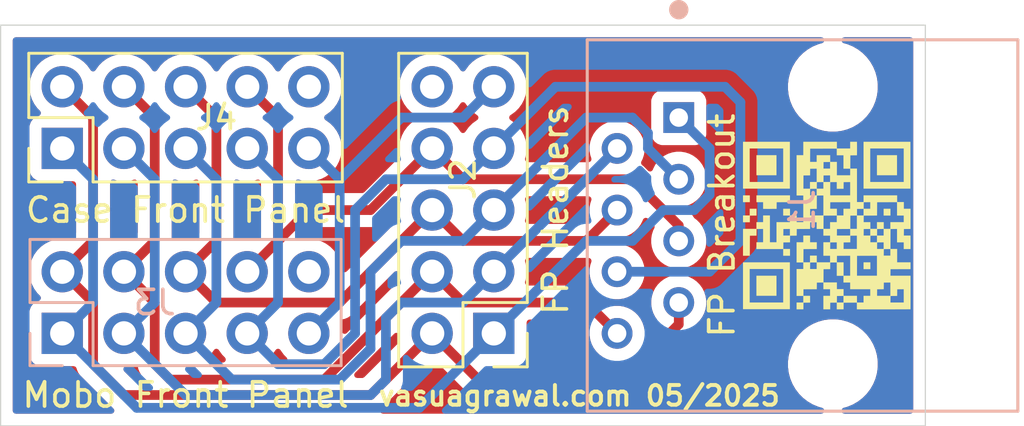
<source format=kicad_pcb>
(kicad_pcb (version 20241229) (generator "pcbnew") (generator_version "9.0")
  (layers (0 "F.Cu" signal) (2 "B.Cu" signal) (13 "F.Paste" user) (15 "B.Paste" user) (5 "F.SilkS" user "F.Silkscreen") (7 "B.SilkS" user "B.Silkscreen") (1 "F.Mask" user) (3 "B.Mask" user) (25 "Edge.Cuts" user))
  (net 0 "")
  (net 3 "/HDD_LED+")
  (net 4 "/PWR_LED+")
  (net 5 "/RESERVED")
  (net 6 "/RESET_SW-")
  (net 7 "/PWR_SW+")
  (net 8 "/HDD_LED-")
  (net 9 "/PWR_SW-")
  (net 10 "/PWR_LED-")
  (net 11 "/RESET_SW+")
  (footprint "Connector_PinHeader_2.54mm:PinHeader_2x05_P2.54mm_Vertical" (layer "F.Cu") (at 142.24 58.42 90)
    (property "Reference" "J4" (at 1.27 6.35 0) (layer "F.SilkS"))
    (property "Value" "Case Front Panel" (at -2.54 5.08 180) (layer "F.SilkS"))
    (fp_line (start 3.92 -1.38) (end 3.92 11.54) (stroke (width 0.12)) (layer "F.SilkS"))
    (fp_line (start 1.27 -1.38) (end 3.92 -1.38) (stroke (width 0.12)) (layer "F.SilkS"))
    (fp_line (start -1.38 -1.38) (end 0 -1.38) (stroke (width 0.12)) (layer "F.SilkS"))
    (fp_line (start -1.38 0) (end -1.38 -1.38) (stroke (width 0.12)) (layer "F.SilkS"))
    (fp_line (start 1.27 1.27) (end 1.27 -1.38) (stroke (width 0.12)) (layer "F.SilkS"))
    (fp_line (start -1.38 1.27) (end 1.27 1.27) (stroke (width 0.12)) (layer "F.SilkS"))
    (fp_line (start -1.38 1.27) (end -1.38 11.54) (stroke (width 0.12)) (layer "F.SilkS"))
    (fp_line (start -1.38 11.54) (end 3.92 11.54) (stroke (width 0.12)) (layer "F.SilkS"))
    (pad "1" thru_hole rect (at 0 0 90) (size 1.7 1.7) (drill 1) (layers "*.Cu" "*.Mask") (net 3 "/HDD_LED+"))
    (pad "2" thru_hole circle (at 2.54 0 90) (size 1.7 1.7) (drill 1) (layers "*.Cu" "*.Mask") (net 4 "/PWR_LED+"))
    (pad "3" thru_hole circle (at 0 2.54 90) (size 1.7 1.7) (drill 1) (layers "*.Cu" "*.Mask") (net 8 "/HDD_LED-"))
    (pad "4" thru_hole circle (at 2.54 2.54 90) (size 1.7 1.7) (drill 1) (layers "*.Cu" "*.Mask") (net 10 "/PWR_LED-"))
    (pad "5" thru_hole circle (at 0 5.08 90) (size 1.7 1.7) (drill 1) (layers "*.Cu" "*.Mask") (net 11 "/RESET_SW+"))
    (pad "6" thru_hole circle (at 2.54 5.08 90) (size 1.7 1.7) (drill 1) (layers "*.Cu" "*.Mask") (net 7 "/PWR_SW+"))
    (pad "7" thru_hole circle (at 0 7.62 90) (size 1.7 1.7) (drill 1) (layers "*.Cu" "*.Mask") (net 6 "/RESET_SW-"))
    (pad "8" thru_hole circle (at 2.54 7.62 90) (size 1.7 1.7) (drill 1) (layers "*.Cu" "*.Mask") (net 9 "/PWR_SW-"))
    (pad "9" thru_hole circle (at 0 10.16 90) (size 1.7 1.7) (drill 1) (layers "*.Cu" "*.Mask") (net 5 "/RESERVED"))
    (pad "10" thru_hole circle (at 2.54 10.16 90) (size 1.7 1.7) (drill 1) (layers "*.Cu" "*.Mask"))
  )
  (footprint "LOGO" (layer "F.Cu") (at 173.736 61.595)
    (property "Reference" "G***" (hide yes))
    (property "Value" "LOGO" (hide yes))
    (fp_poly (pts (xy -3.167097 -1.100725) (xy -3.167097 -0.959901) (xy -3.307921 -0.959901) (xy -3.448744 -0.959901) (xy -3.448744 -1.100725) (xy -3.448744 -1.241548) (xy -3.307921 -1.241548) (xy -3.167097 -1.241548)) (fill yes) (layer "F.SilkS"))
    (fp_poly (pts (xy -2.069247 -2.483096) (xy -2.069247 -2.069247) (xy -2.483096 -2.069247) (xy -2.896945 -2.069247) (xy -2.896945 -2.483096) (xy -2.896945 -2.896945) (xy -2.483096 -2.896945) (xy -2.069247 -2.896945)) (fill yes) (layer "F.SilkS"))
    (fp_poly (pts (xy -2.069247 2.483095) (xy -2.069247 2.896945) (xy -2.483096 2.896945) (xy -2.896945 2.896945) (xy -2.896945 2.483095) (xy -2.896945 2.069246) (xy -2.483096 2.069246) (xy -2.069247 2.069246)) (fill yes) (layer "F.SilkS"))
    (fp_poly (pts (xy 1.799094 1.658271) (xy 1.799094 1.799094) (xy 1.658271 1.799094) (xy 1.517447 1.799094) (xy 1.517447 1.658271) (xy 1.517447 1.517447) (xy 1.658271 1.517447) (xy 1.799094 1.517447)) (fill yes) (layer "F.SilkS"))
    (fp_poly (pts (xy 2.626793 -0.548925) (xy 2.626793 -0.408102) (xy 2.485969 -0.408102) (xy 2.345146 -0.408102) (xy 2.345146 -0.548925) (xy 2.345146 -0.689749) (xy 2.485969 -0.689749) (xy 2.626793 -0.689749)) (fill yes) (layer "F.SilkS"))
    (fp_poly (pts (xy 2.896945 -2.483096) (xy 2.896945 -2.069247) (xy 2.483095 -2.069247) (xy 2.069246 -2.069247) (xy 2.069246 -2.483096) (xy 2.069246 -2.896945) (xy 2.483095 -2.896945) (xy 2.896945 -2.896945)) (fill yes) (layer "F.SilkS"))
    (fp_poly (pts (xy -2.891197 -0.54903) (xy -2.891197 -0.40831) (xy -3.02771 -0.406769) (xy -3.164223 -0.405228) (xy -3.165764 -0.268715) (xy -3.167305 -0.132202) (xy -3.308025 -0.132202) (xy -3.448744 -0.132202) (xy -3.448744 -0.273026) (xy -3.448744 -0.41385) (xy -3.310795 -0.41385) (xy -3.172845 -0.41385) (xy -3.172845 -0.551799) (xy -3.172845 -0.689749) (xy -3.032021 -0.689749) (xy -2.891197 -0.689749)) (fill yes) (layer "F.SilkS"))
    (fp_poly (pts (xy -1.517448 -2.483096) (xy -1.517448 -1.517448) (xy -2.483096 -1.517448) (xy -3.448744 -1.517448) (xy -3.448744 -2.483096) (xy -3.172845 -2.483096) (xy -3.172845 -1.793347) (xy -2.483096 -1.793347) (xy -1.793347 -1.793347) (xy -1.793347 -2.483096) (xy -1.793347 -3.172845) (xy -2.483096 -3.172845) (xy -3.172845 -3.172845) (xy -3.172845 -2.483096) (xy -3.448744 -2.483096) (xy -3.448744 -3.448744) (xy -2.483096 -3.448744) (xy -1.517448 -3.448744)) (fill yes) (layer "F.SilkS"))
    (fp_poly (pts (xy -1.517448 2.483095) (xy -1.517448 3.448744) (xy -2.483096 3.448744) (xy -3.448744 3.448744) (xy -3.448744 2.483095) (xy -3.172845 2.483095) (xy -3.172845 3.172844) (xy -2.483096 3.172844) (xy -1.793347 3.172844) (xy -1.793347 2.483095) (xy -1.793347 1.793347) (xy -2.483096 1.793347) (xy -3.172845 1.793347) (xy -3.172845 2.483095) (xy -3.448744 2.483095) (xy -3.448744 1.517447) (xy -2.483096 1.517447) (xy -1.517448 1.517447)) (fill yes) (layer "F.SilkS"))
    (fp_poly (pts (xy 3.448744 -2.483096) (xy 3.448744 -1.517448) (xy 2.483095 -1.517448) (xy 1.517447 -1.517448) (xy 1.517447 -2.483096) (xy 1.793347 -2.483096) (xy 1.793347 -1.793347) (xy 2.483095 -1.793347) (xy 3.172844 -1.793347) (xy 3.172844 -2.483096) (xy 3.172844 -3.172845) (xy 2.483095 -3.172845) (xy 1.793347 -3.172845) (xy 1.793347 -2.483096) (xy 1.517447 -2.483096) (xy 1.517447 -3.448744) (xy 2.483095 -3.448744) (xy 3.448744 -3.448744)) (fill yes) (layer "F.SilkS"))
    (fp_poly (pts (xy -1.5117 -1.100725) (xy -1.5117 -0.959901) (xy -1.648213 -0.959665) (xy -1.698007 -0.95953) (xy -1.75476 -0.959296) (xy -1.813938 -0.958987) (xy -1.871004 -0.958626) (xy -1.921423 -0.958238) (xy -1.922675 -0.958228) (xy -2.060625 -0.957027) (xy -2.062166 -0.820514) (xy -2.063707 -0.684001) (xy -2.195335 -0.684001) (xy -2.233406 -0.683939) (xy -2.267832 -0.683764) (xy -2.296876 -0.683494) (xy -2.318805 -0.683149) (xy -2.331882 -0.682746) (xy -2.334617 -0.682519) (xy -2.342306 -0.682168) (xy -2.35981 -0.681977) (xy -2.385452 -0.681942) (xy -2.417551 -0.682064) (xy -2.454429 -0.682341) (xy -2.481659 -0.682621) (xy -2.621046 -0.684206) (xy -2.621046 -0.822053) (xy -2.621046 -0.959901) (xy -2.758996 -0.959901) (xy -2.896945 -0.959901) (xy -2.896945 -1.100725) (xy -2.896945 -1.241548) (xy -2.204323 -1.241548) (xy -1.5117 -1.241548)) (fill yes) (layer "F.SilkS"))
    (fp_poly (pts (xy 0.419597 -3.310795) (xy 0.419597 -3.172845) (xy 0.692622 -3.172845) (xy 0.965648 -3.172845) (xy 0.965648 -3.310795) (xy 0.965648 -3.448744) (xy 1.106276 -3.448744) (xy 1.246904 -3.448744) (xy 1.248537 -3.309358) (xy 1.248965 -3.258807) (xy 1.249181 -3.201328) (xy 1.249185 -3.141472) (xy 1.248978 -3.083793) (xy 1.248559 -3.032841) (xy 1.248534 -3.030688) (xy 1.246898 -2.891405) (xy 1.110584 -2.889864) (xy 0.97427 -2.888324) (xy 0.972867 -2.616735) (xy 0.971463 -2.345146) (xy 1.109379 -2.345146) (xy 1.247295 -2.345146) (xy 1.247439 -2.20576) (xy 1.247459 -2.179368) (xy 1.247476 -2.142555) (xy 1.24749 -2.096397) (xy 1.247502 -2.041968) (xy 1.24751 -1.980343) (xy 1.247516 -1.912598) (xy 1.247518 -1.839808) (xy 1.247517 -1.763047) (xy 1.247512 -1.683391) (xy 1.247504 -1.601915) (xy 1.247493 -1.519694) (xy 1.247492 -1.516011) (xy 1.247403 -0.965649) (xy 1.382425 -0.965649) (xy 1.517447 -0.965649) (xy 1.517447 -1.103598) (xy 1.517447 -1.241548) (xy 2.21007 -1.241548) (xy 2.902693 -1.241548) (xy 2.902693 -1.103598) (xy 2.902693 -0.965649) (xy 3.040642 -0.965649) (xy 3.178592 -0.965649) (xy 3.178592 -0.827699) (xy 3.178592 -0.689749) (xy 3.316542 -0.689749) (xy 3.454492 -0.689749) (xy 3.454648 -0.551799) (xy 3.454696 -0.502598) (xy 3.454738 -0.446223) (xy 3.454772 -0.387) (xy 3.454795 -0.329251) (xy 3.454805 -0.2773) (xy 3.454805 -0.270152) (xy 3.454798 -0.219769) (xy 3.454777 -0.163209) (xy 3.454745 -0.104712) (xy 3.454704 -0.048518) (xy 3.454657 0.001131) (xy 3.454648 0.008517) (xy 3.454492 0.143489) (xy 3.317979 0.14503) (xy 3.181466 0.146571) (xy 3.179923 0.28021) (xy 3.17838 0.413849) (xy 3.31624 0.413849) (xy 3.4541 0.413849) (xy 3.455733 0.553236) (xy 3.456161 0.603797) (xy 3.456377 0.661298) (xy 3.456381 0.721182) (xy 3.456173 0.778894) (xy 3.455754 0.829879) (xy 3.45573 0.832009) (xy 3.454094 0.971396) (xy 3.313469 0.971396) (xy 3.172844 0.971396) (xy 3.172844 0.833446) (xy 3.172844 0.695496) (xy 3.034894 0.695496) (xy 2.896945 0.695496) (xy 2.896945 0.419491) (xy 2.896945 0.143485) (xy 2.763306 0.145028) (xy 2.629667 0.146571) (xy 2.628311 0.55611) (xy 2.626954 0.965648) (xy 2.764823 0.965648) (xy 2.902693 0.965648) (xy 2.902976 1.105035) (xy 2.903037 1.155297) (xy 2.903037 1.212214) (xy 2.902981 1.271318) (xy 2.902873 1.328137) (xy 2.902717 1.378203) (xy 2.902706 1.380934) (xy 2.902153 1.517447) (xy 3.178322 1.517447) (xy 3.454492 1.517447) (xy 3.454492 1.658271) (xy 3.454492 1.799094) (xy 3.317979 1.799264) (xy 3.282901 1.799329) (xy 3.238305 1.799444) (xy 3.186168 1.799603) (xy 3.128467 1.799799) (xy 3.067179 1.800024) (xy 3.004282 1.800273) (xy 2.941753 1.800539) (xy 2.905566 1.800701) (xy 2.629667 1.801968) (xy 2.628124 1.935607) (xy 2.626581 2.069246) (xy 3.040536 2.069246) (xy 3.454492 2.069246) (xy 3.454635 2.208633) (xy 3.454727 2.31338) (xy 3.454789 2.4173) (xy 3.454821 2.519763) (xy 3.454825 2.620136) (xy 3.454802 2.71779) (xy 3.454752 2.812093) (xy 3.454677 2.902413) (xy 3.454578 2.98812) (xy 3.454456 3.068582) (xy 3.454313 3.143169) (xy 3.454148 3.211249) (xy 3.453963 3.272191) (xy 3.45376 3.325364) (xy 3.453539 3.370136) (xy 3.453301 3.405877) (xy 3.453048 3.431955) (xy 3.45278 3.44774) (xy 3.452526 3.452625) (xy 3.446655 3.452866) (xy 3.429985 3.453108) (xy 3.403215 3.453351) (xy 3.367042 3.453593) (xy 3.322164 3.453832) (xy 3.269279 3.454069) (xy 3.209085 3.454302) (xy 3.142278 3.45453) (xy 3.069557 3.454751) (xy 2.99162 3.454966) (xy 2.909164 3.455171) (xy 2.822887 3.455368) (xy 2.733486 3.455554) (xy 2.64166 3.455728) (xy 2.548106 3.45589) (xy 2.453521 3.456038) (xy 2.358604 3.456171) (xy 2.264052 3.456288) (xy 2.170562 3.456388) (xy 2.078834 3.45647) (xy 1.989563 3.456533) (xy 1.903449 3.456576) (xy 1.821188 3.456598) (xy 1.743478 3.456597) (xy 1.671017 3.456572) (xy 1.604503 3.456524) (xy 1.544634 3.456449) (xy 1.492106 3.456348) (xy 1.447619 3.456219) (xy 1.411869 3.456061) (xy 1.385554 3.455874) (xy 1.380934 3.455826) (xy 1.241547 3.454287) (xy 1.241547 3.316473) (xy 1.241547 3.17866) (xy 0.969959 3.180063) (xy 0.69837 3.181466) (xy 0.696829 3.317979) (xy 0.695288 3.454492) (xy 0.554569 3.454492) (xy 0.413849 3.454492) (xy 0.413849 3.316436) (xy 0.413849 3.17838) (xy 0.28021 3.179923) (xy 0.146571 3.181466) (xy 0.14503 3.317979) (xy 0.143489 3.454492) (xy 0.00277 3.454492) (xy -0.13795 3.454492) (xy -0.13795 3.175718) (xy -0.13795 3.172844) (xy 0.419385 3.172844) (xy 0.554567 3.172844) (xy 0.689748 3.172844) (xy 0.689748 3.037662) (xy 0.689748 2.902481) (xy 0.55611 2.904024) (xy 0.422471 2.905566) (xy 0.420928 3.039205) (xy 0.419385 3.172844) (xy -0.13795 3.172844) (xy -0.13795 2.896945) (xy 0 2.896945) (xy 0.137949 2.896945) (xy 0.137949 2.761869) (xy 0.137949 2.626793) (xy 0 2.626793) (xy -0.13795 2.626793) (xy -0.13795 2.488737) (xy -0.13795 2.350682) (xy -0.271589 2.352225) (xy -0.405228 2.353767) (xy -0.406769 2.49028) (xy -0.40831 2.626793) (xy -0.544719 2.627029) (xy -0.594474 2.627164) (xy -0.651192 2.627398) (xy -0.710341 2.627707) (xy -0.767388 2.628067) (xy -0.8178 2.628455) (xy -0.819077 2.628466) (xy -0.957027 2.629667) (xy -0.95857 2.763306) (xy -0.960113 2.896945) (xy -0.822057 2.896945) (xy -0.684001 2.896945) (xy -0.684001 3.037664) (xy -0.684001 3.178384) (xy -0.820514 3.179925) (xy -0.957027 3.181466) (xy -0.958568 3.317979) (xy -0.960109 3.454492) (xy -1.100829 3.454492) (xy -1.241548 3.454492) (xy -1.241548 3.313668) (xy -1.241548 3.172844) (xy -1.103598 3.172844) (xy -0.965649 3.172844) (xy -0.965649 3.037768) (xy -0.965649 2.902693) (xy -1.103598 2.902693) (xy -1.241548 2.902693) (xy -1.241548 2.34802) (xy -1.241548 2.345146) (xy -0.132135 2.345146) (xy 0.143731 2.345146) (xy 0.419597 2.345146) (xy 0.419597 2.483095) (xy 0.419597 2.621045) (xy 0.557547 2.621045) (xy 0.695496 2.621045) (xy 0.695496 2.758995) (xy 0.695496 2.896945) (xy 0.971396 2.896945) (xy 1.247295 2.896945) (xy 1.247295 3.034894) (xy 1.247295 3.172844) (xy 1.382371 3.172844) (xy 1.517447 3.172844) (xy 2.626581 3.172844) (xy 2.899713 3.172844) (xy 3.172844 3.172844) (xy 3.172844 2.899713) (xy 3.172844 2.626581) (xy 3.039205 2.628124) (xy 2.905566 2.629667) (xy 2.904026 2.766076) (xy 2.902485 2.902485) (xy 2.766076 2.904026) (xy 2.629667 2.905566) (xy 2.628124 3.039205) (xy 2.626581 3.172844) (xy 1.517447 3.172844) (xy 1.517447 3.034894) (xy 1.517447 2.896945) (xy 1.655397 2.896945) (xy 1.793347 2.896945) (xy 2.074782 2.896945) (xy 2.347914 2.896945) (xy 2.621045 2.896945) (xy 2.621045 2.623813) (xy 2.621045 2.350682) (xy 2.487406 2.352225) (xy 2.353767 2.353767) (xy 2.352227 2.490176) (xy 2.350686 2.626585) (xy 2.214277 2.628126) (xy 2.077868 2.629667) (xy 2.076325 2.763306) (xy 2.074782 2.896945) (xy 1.793347 2.896945) (xy 1.793347 2.761808) (xy 1.793347 2.626671) (xy 1.518884 2.626928) (xy 1.457484 2.626978) (xy 1.394391 2.627015) (xy 1.331617 2.627041) (xy 1.27117 2.627053) (xy 1.215061 2.627052) (xy 1.165298 2.627038) (xy 1.123892 2.627011) (xy 1.105035 2.626989) (xy 0.965648 2.626793) (xy 0.965648 2.488843) (xy 0.965648 2.350893) (xy 0.827698 2.350893) (xy 0.689748 2.350893) (xy 0.689748 2.212944) (xy 0.689748 2.074994) (xy 0.551799 2.074994) (xy 0.413849 2.074994) (xy 0.413849 1.798988) (xy 0.413849 1.522983) (xy 0.28021 1.524526) (xy 0.146571 1.526069) (xy 0.14503 1.662478) (xy 0.14349 1.798887) (xy 0.007081 1.800428) (xy -0.129328 1.801968) (xy -0.130732 2.073557) (xy -0.132135 2.345146) (xy -1.241548 2.345146) (xy -1.241548 1.793347) (xy -1.103598 1.793347) (xy -0.965649 1.793347) (xy -0.684213 1.793347) (xy -0.549031 1.793347) (xy -0.41385 1.793347) (xy -0.41385 1.658165) (xy -0.41385 1.522983) (xy -0.547489 1.524526) (xy -0.681127 1.526069) (xy -0.68267 1.659708) (xy -0.684213 1.793347) (xy -0.965649 1.793347) (xy -0.965649 1.658271) (xy -0.965649 1.523195) (xy -1.103598 1.523195) (xy -1.241548 1.523195) (xy -1.241548 1.106472) (xy -1.241548 0.689748) (xy -1.103598 0.689748) (xy -0.965649 0.689748) (xy -0.965649 0.551799) (xy -0.965649 0.413849) (xy -0.824825 0.413849) (xy -0.684001 0.413849) (xy -0.684001 0.551799) (xy -0.684001 0.689748) (xy -0.546052 0.689748) (xy -0.408102 0.689748) (xy -0.408102 0.830572) (xy -0.408102 0.971396) (xy -0.544615 0.971632) (xy -0.594408 0.971767) (xy -0.651162 0.972001) (xy -0.710339 0.97231) (xy -0.767406 0.97267) (xy -0.817825 0.973058) (xy -0.819077 0.973069) (xy -0.957027 0.97427) (xy -0.95843 1.245858) (xy -0.959833 1.517447) (xy -0.824791 1.517447) (xy -0.689749 1.517447) (xy -0.689749 1.379497) (xy -0.689749 1.241547) (xy -0.548925 1.241547) (xy -0.408102 1.241547) (xy -0.408102 1.379497) (xy -0.408102 1.517447) (xy -0.135076 1.517447) (xy 0.137949 1.517447) (xy 0.419385 1.517447) (xy 0.557441 1.517447) (xy 0.695496 1.517447) (xy 0.69578 1.656834) (xy 0.695841 1.707096) (xy 0.695841 1.764013) (xy 0.695785 1.823117) (xy 0.695677 1.879936) (xy 0.695521 1.930002) (xy 0.69551 1.932733) (xy 0.694957 2.069246) (xy 0.830303 2.069246) (xy 0.965648 2.069246) (xy 1.247457 2.069246) (xy 1.658351 2.069246) (xy 2.069246 2.069246) (xy 2.069246 1.658351) (xy 2.069246 1.247457) (xy 1.659708 1.248813) (xy 1.250169 1.250169) (xy 1.248813 1.659708) (xy 1.247457 2.069246) (xy 0.965648 2.069246) (xy 0.965648 1.658304) (xy 0.965648 1.247363) (xy 0.694059 1.248766) (xy 0.422471 1.250169) (xy 0.420928 1.383808) (xy 0.419385 1.517447) (xy 0.137949 1.517447) (xy 0.137949 1.382371) (xy 0.137949 1.247295) (xy 0 1.247295) (xy -0.13795 1.247295) (xy -0.13795 1.241547) (xy 2.350682 1.241547) (xy 2.485863 1.241547) (xy 2.621045 1.241547) (xy 2.621045 1.106366) (xy 2.621045 0.971184) (xy 2.487406 0.972727) (xy 2.353767 0.97427) (xy 2.352225 1.107909) (xy 2.350682 1.241547) (xy -0.13795 1.241547) (xy -0.13795 0.968522) (xy -0.13795 0.965648) (xy 0.143485 0.965648) (xy 0.278667 0.965648) (xy 0.413849 0.965648) (xy 0.695284 0.965648) (xy 0.968416 0.965648) (xy 1.241547 0.965648) (xy 2.074782 0.965648) (xy 2.209964 0.965648) (xy 2.345146 0.965648) (xy 2.345146 0.830466) (xy 2.345146 0.695284) (xy 2.211507 0.696827) (xy 2.077868 0.69837) (xy 2.076325 0.832009) (xy 2.074782 0.965648) (xy 1.241547 0.965648) (xy 1.241547 0.692516) (xy 1.241547 0.689748) (xy 1.798883 0.689748) (xy 1.934064 0.689748) (xy 2.069246 0.689748) (xy 2.069246 0.554567) (xy 2.069246 0.419385) (xy 1.935607 0.420928) (xy 1.801968 0.422471) (xy 1.800425 0.55611) (xy 1.798883 0.689748) (xy 1.241547 0.689748) (xy 1.241547 0.419385) (xy 1.107909 0.420928) (xy 0.97427 0.422471) (xy 0.972729 0.55888) (xy 0.971188 0.695289) (xy 0.834779 0.69683) (xy 0.69837 0.69837) (xy 0.696827 0.832009) (xy 0.695284 0.965648) (xy 0.413849 0.965648) (xy 0.413849 0.830466) (xy 0.413849 0.695284) (xy 0.28021 0.696827) (xy 0.146571 0.69837) (xy 0.145028 0.832009) (xy 0.143485 0.965648) (xy -0.13795 0.965648) (xy -0.13795 0.689748) (xy 0 0.689748) (xy 0.137949 0.689748) (xy 0.137949 0.554673) (xy 0.137949 0.419597) (xy 0 0.419597) (xy -0.13795 0.419597) (xy -0.13795 0.413849) (xy 0.419385 0.413849) (xy 0.692516 0.413849) (xy 0.965648 0.413849) (xy 1.522983 0.413849) (xy 1.658165 0.413849) (xy 1.793347 0.413849) (xy 2.074782 0.413849) (xy 2.209964 0.413849) (xy 2.345146 0.413849) (xy 2.345146 0.278667) (xy 2.345146 0.143485) (xy 2.211507 0.145028) (xy 2.077868 0.146571) (xy 2.076325 0.28021) (xy 2.074782 0.413849) (xy 1.793347 0.413849) (xy 1.793347 0.278667) (xy 1.793347 0.143485) (xy 1.659708 0.145028) (xy 1.526069 0.146571) (xy 1.524526 0.28021) (xy 1.522983 0.413849) (xy 0.965648 0.413849) (xy 0.965648 0.278807) (xy 0.965648 0.143765) (xy 0.694059 0.145168) (xy 0.422471 0.146571) (xy 0.420928 0.28021) (xy 0.419385 0.413849) (xy -0.13795 0.413849) (xy -0.13795 0.281647) (xy -0.13795 0.143697) (xy -0.2759 0.143697) (xy -0.41385 0.143697) (xy -0.41385 0.137949) (xy -0.132135 0.137949) (xy 0.002907 0.137949) (xy 0.137949 0.137949) (xy 0.971463 0.137949) (xy 1.106505 0.137949) (xy 1.241547 0.137949) (xy 1.241547 -0.135182) (xy 1.241547 -0.13795) (xy 1.522983 -0.13795) (xy 1.661039 -0.13795) (xy 1.799094 -0.13795) (xy 1.799094 0) (xy 1.799094 0.137949) (xy 1.93417 0.137949) (xy 2.069246 0.137949) (xy 2.069246 0) (xy 2.069246 -0.13795) (xy 2.21007 -0.13795) (xy 2.350893 -0.13795) (xy 2.350893 0) (xy 2.350893 0.137949) (xy 2.485969 0.137949) (xy 2.621045 0.137949) (xy 2.621045 0) (xy 2.621045 -0.13795) (xy 2.896945 -0.13795) (xy 3.172844 -0.13795) (xy 3.172844 -0.273026) (xy 3.172844 -0.408102) (xy 3.034894 -0.408102) (xy 2.896945 -0.408102) (xy 2.896945 -0.683921) (xy 2.896945 -0.95974) (xy 2.487406 -0.958383) (xy 2.077868 -0.957027) (xy 2.076464 -0.684513) (xy 2.076141 -0.62969) (xy 2.075762 -0.57847) (xy 2.07534 -0.531982) (xy 2.074889 -0.491354) (xy 2.074423 -0.457715) (xy 2.073956 -0.432193) (xy 2.073502 -0.415917) (xy 2.073078 -0.410018) (xy 2.067109 -0.409591) (xy 2.050773 -0.409137) (xy 2.025198 -0.40867) (xy 1.991512 -0.408204) (xy 1.950845 -0.407753) (xy 1.904324 -0.407331) (xy 1.853079 -0.406952) (xy 1.798582 -0.406632) (xy 1.526069 -0.405228) (xy 1.524526 -0.271589) (xy 1.522983 -0.13795) (xy 1.241547 -0.13795) (xy 1.241547 -0.408314) (xy 1.107909 -0.406771) (xy 0.97427 -0.405228) (xy 0.972867 -0.133639) (xy 0.971463 0.137949) (xy 0.137949 0.137949) (xy 0.137949 0) (xy 0.137949 -0.13795) (xy 0.275899 -0.13795) (xy 0.413849 -0.13795) (xy 0.413849 -0.272992) (xy 0.413849 -0.408034) (xy 0.14226 -0.406631) (xy -0.129328 -0.405228) (xy -0.130732 -0.133639) (xy -0.132135 0.137949) (xy -0.41385 0.137949) (xy -0.41385 0.005642) (xy -0.41385 -0.132414) (xy -0.547489 -0.130871) (xy -0.681127 -0.129328) (xy -0.682668 0.007184) (xy -0.684209 0.143697) (xy -0.820618 0.143934) (xy -0.870374 0.144068) (xy -0.927092 0.144302) (xy -0.98624 0.144611) (xy -1.043287 0.144971) (xy -1.0937 0.145359) (xy -1.094977 0.145371) (xy -1.232926 0.146571) (xy -1.234467 0.28298) (xy -1.236008 0.419389) (xy -1.372417 0.42093) (xy -1.508826 0.422471) (xy -1.510367 0.55888) (xy -1.511907 0.695289) (xy -1.648316 0.69683) (xy -1.784725 0.69837) (xy -1.786268 0.832009) (xy -1.787811 0.965648) (xy -1.649756 0.965648) (xy -1.5117 0.965648) (xy -1.5117 1.106472) (xy -1.5117 1.247295) (xy -1.652524 1.247295) (xy -1.793347 1.247295) (xy -1.793347 1.10936) (xy -1.793347 0.971426) (xy -2.20576 0.971572) (xy -2.278145 0.971595) (xy -2.350603 0.971612) (xy -2.421766 0.971623) (xy -2.490269 0.971628) (xy -2.554744 0.971627) (xy -2.613825 0.971621) (xy -2.666145 0.97161) (xy -2.710338 0.971593) (xy -2.745038 0.97157) (xy -2.757559 0.971557) (xy -2.896945 0.971396) (xy -2.896945 0.830572) (xy -2.896945 0.689748) (xy -2.758996 0.689748) (xy -2.621046 0.689748) (xy -2.621046 0.416617) (xy -2.621046 0.143485) (xy -2.754685 0.145028) (xy -2.888324 0.146571) (xy -2.889864 0.28298) (xy -2.891405 0.419389) (xy -3.027814 0.42093) (xy -3.164223 0.422471) (xy -3.16549 0.69837) (xy -3.165762 0.759744) (xy -3.166021 0.822661) (xy -3.166262 0.885144) (xy -3.166476 0.945215) (xy -3.166658 1.000898) (xy -3.1668 1.050215) (xy -3.166895 1.09119) (xy -3.166927 1.110783) (xy -3.167097 1.247295) (xy -3.307921 1.247295) (xy -3.448744 1.247295) (xy -3.448744 0.692622) (xy -3.448744 0.137949) (xy -3.172845 0.137949) (xy -2.896945 0.137949) (xy -2.896945 0) (xy -2.896945 -0.13795) (xy -2.758996 -0.13795) (xy -2.621046 -0.13795) (xy -2.621046 -0.2759) (xy -2.621046 -0.41385) (xy -2.480222 -0.41385) (xy -2.339398 -0.41385) (xy -2.339237 -0.274463) (xy -2.339212 -0.244644) (xy -2.339192 -0.204696) (xy -2.339178 -0.155985) (xy -2.339169 -0.099879) (xy -2.339166 -0.037742) (xy -2.339169 0.029057) (xy -2.339177 0.099153) (xy -2.339191 0.171179) (xy -2.339211 0.243768) (xy -2.339222 0.277336) (xy -2.339369 0.689748) (xy -2.204308 0.689748) (xy -2.069247 0.689748) (xy -2.069247 0.413849) (xy -1.787811 0.413849) (xy -1.65263 0.413849) (xy -1.517448 0.413849) (xy -1.517448 0.278667) (xy -1.517448 0.143485) (xy -1.651087 0.145028) (xy -1.784725 0.146571) (xy -1.786268 0.28021) (xy -1.787811 0.413849) (xy -2.069247 0.413849) (xy -2.069247 0.275899) (xy -2.069247 -0.13795) (xy -1.793347 -0.13795) (xy -1.517448 -0.13795) (xy -1.517448 -0.273026) (xy -1.517448 -0.408102) (xy -1.655398 -0.408102) (xy -1.793347 -0.408102) (xy -1.793347 -0.548925) (xy -1.793347 -0.689749) (xy -1.652524 -0.689749) (xy -1.5117 -0.689749) (xy -1.5117 -0.551799) (xy -1.5117 -0.41385) (xy -1.37375 -0.41385) (xy -1.2358 -0.41385) (xy -1.2358 -0.2759) (xy -1.2358 -0.13795) (xy -1.100725 -0.13795) (xy -0.965649 -0.13795) (xy -0.965649 -0.41385) (xy -0.684213 -0.41385) (xy -0.411082 -0.41385) (xy -0.13795 -0.41385) (xy -0.13795 -0.689749) (xy 0.143485 -0.689749) (xy 0.281541 -0.689749) (xy 0.419597 -0.689749) (xy 0.419597 -0.551799) (xy 0.419597 -0.41385) (xy 0.554673 -0.41385) (xy 0.689748 -0.41385) (xy 1.247084 -0.41385) (xy 1.382265 -0.41385) (xy 1.517447 -0.41385) (xy 1.517447 -0.549031) (xy 1.517447 -0.684213) (xy 1.383808 -0.68267) (xy 1.250169 -0.681127) (xy 1.248626 -0.547489) (xy 1.247084 -0.41385) (xy 0.689748 -0.41385) (xy 0.689748 -0.551799) (xy 0.689748 -0.689749) (xy 0.827698 -0.689749) (xy 0.965648 -0.689749) (xy 1.522983 -0.689749) (xy 1.658165 -0.689749) (xy 1.793347 -0.689749) (xy 1.793347 -0.824931) (xy 1.793347 -0.960113) (xy 1.659708 -0.95857) (xy 1.526069 -0.957027) (xy 1.524526 -0.823388) (xy 1.522983 -0.689749) (xy 0.965648 -0.689749) (xy 0.965648 -0.824744) (xy 0.965648 -0.95974) (xy 0.55611 -0.958383) (xy 0.146571 -0.957027) (xy 0.145028 -0.823388) (xy 0.143485 -0.689749) (xy -0.13795 -0.689749) (xy -0.13795 -0.824931) (xy -0.13795 -1.236012) (xy -0.271589 -1.234469) (xy -0.405228 -1.232926) (xy -0.406429 -1.094977) (xy -0.406817 -1.044816) (xy -0.407178 -0.987894) (xy -0.407489 -0.928742) (xy -0.407725 -0.871894) (xy -0.407863 -0.821881) (xy -0.407866 -0.820618) (xy -0.408102 -0.684209) (xy -0.544615 -0.682668) (xy -0.681127 -0.681127) (xy -0.68267 -0.547489) (xy -0.684213 -0.41385) (xy -0.965649 -0.41385) (xy -0.965649 -0.686875) (xy -0.965649 -1.2358) (xy -1.103598 -1.2358) (xy -1.241548 -1.2358) (xy -1.241548 -1.241548) (xy -0.684213 -1.241548) (xy -0.549031 -1.241548) (xy -0.41385 -1.241548) (xy 0.143765 -1.241548) (xy 0.554706 -1.241548) (xy 0.965648 -1.241548) (xy 0.965648 -1.51468) (xy 0.965648 -1.787811) (xy 0.832009 -1.786268) (xy 0.69837 -1.784725) (xy 0.696829 -1.648213) (xy 0.695288 -1.5117) (xy 0.554569 -1.5117) (xy 0.413849 -1.5117) (xy 0.413849 -1.649756) (xy 0.413849 -1.787811) (xy 0.28021 -1.786268) (xy 0.146571 -1.784725) (xy 0.145168 -1.513137) (xy 0.143765 -1.241548) (xy -0.41385 -1.241548) (xy -0.41385 -1.37673) (xy -0.41385 -1.511912) (xy -0.547489 -1.510369) (xy -0.681127 -1.508826) (xy -0.68267 -1.375187) (xy -0.684213 -1.241548) (xy -1.241548 -1.241548) (xy -1.241548 -1.517448) (xy -0.959833 -1.517448) (xy -0.824791 -1.517448) (xy -0.689749 -1.517448) (xy -0.408314 -1.517448) (xy -0.273132 -1.517448) (xy -0.13795 -1.517448) (xy -0.13795 -1.65263) (xy -0.13795 -1.787811) (xy -0.271589 -1.786268) (xy -0.405228 -1.784725) (xy -0.406771 -1.651087) (xy -0.408314 -1.517448) (xy -0.689749 -1.517448) (xy -0.689749 -1.655398) (xy -0.689749 -1.793347) (xy -0.551799 -1.793347) (xy -0.41385 -1.793347) (xy -0.132414 -1.793347) (xy 0.002768 -1.793347) (xy 0.137949 -1.793347) (xy 0.137949 -1.928529) (xy 0.137949 -2.063711) (xy 0.004311 -2.062168) (xy -0.129328 -2.060625) (xy -0.130871 -1.926986) (xy -0.132414 -1.793347) (xy -0.41385 -1.793347) (xy -0.41385 -2.066479) (xy -0.41385 -2.33961) (xy -0.547489 -2.338067) (xy -0.681127 -2.336524) (xy -0.682668 -2.200115) (xy -0.684209 -2.063706) (xy -0.820618 -2.062166) (xy -0.957027 -2.060625) (xy -0.95843 -1.789036) (xy -0.959833 -1.517448) (xy -1.241548 -1.517448) (xy -1.241548 -2.066373) (xy -1.241548 -2.345146) (xy -0.132414 -2.345146) (xy 0.002768 -2.345146) (xy 0.137949 -2.345146) (xy 0.137949 -2.480328) (xy 0.137949 -2.61551) (xy 0.004311 -2.613967) (xy -0.129328 -2.612424) (xy -0.130871 -2.478785) (xy -0.132414 -2.345146) (xy -1.241548 -2.345146) (xy -1.241548 -2.621046) (xy -0.683934 -2.621046) (xy -0.548892 -2.621046) (xy -0.41385 -2.621046) (xy -0.41385 -2.758996) (xy -0.41385 -2.896945) (xy -0.135076 -2.896945) (xy 0.143697 -2.896945) (xy 0.143697 -2.758996) (xy 0.143697 -2.621046) (xy 0.281647 -2.621046) (xy 0.419597 -2.621046) (xy 0.41988 -2.481659) (xy 0.419941 -2.431397) (xy 0.419941 -2.37448) (xy 0.419885 -2.315376) (xy 0.419777 -2.258557) (xy 0.419622 -2.208491) (xy 0.419611 -2.20576) (xy 0.419058 -2.069247) (xy 0.692353 -2.069247) (xy 0.965648 -2.069247) (xy 0.965648 -2.204323) (xy 0.965648 -2.339398) (xy 0.827698 -2.339398) (xy 0.689748 -2.339398) (xy 0.689748 -2.615298) (xy 0.689748 -2.891197) (xy 0.551799 -2.891197) (xy 0.413849 -2.891197) (xy 0.413849 -3.029043) (xy 0.413849 -3.166889) (xy -0.133639 -3.165556) (xy -0.681127 -3.164223) (xy -0.682531 -2.892634) (xy -0.683934 -2.621046) (xy -1.241548 -2.621046) (xy -1.241548 -2.896945) (xy -1.103598 -2.896945) (xy -0.965649 -2.896945) (xy -0.965649 -3.172845) (xy -0.965649 -3.448744) (xy -0.273026 -3.448744) (xy 0.419597 -3.448744)) (fill yes) (layer "F.SilkS"))
  )
  (footprint "Connector_PinHeader_2.54mm:PinHeader_2x05_P2.54mm_Vertical" (layer "F.Cu") (at 160.02 66.04 180)
    (property "Reference" "J2" (at 1.27 6.35 90) (layer "F.SilkS"))
    (property "Value" "FP Headers" (at -2.54 5.08 90) (layer "F.SilkS"))
    (fp_line (start 3.92 -1.38) (end 3.92 11.54) (stroke (width 0.12)) (layer "F.SilkS"))
    (fp_line (start 1.27 1.27) (end 1.27 -1.38) (stroke (width 0.12)) (layer "F.SilkS"))
    (fp_line (start 1.27 -1.38) (end 3.92 -1.38) (stroke (width 0.12)) (layer "F.SilkS"))
    (fp_line (start -1.38 11.54) (end 3.92 11.54) (stroke (width 0.12)) (layer "F.SilkS"))
    (fp_line (start -1.38 1.27) (end 1.27 1.27) (stroke (width 0.12)) (layer "F.SilkS"))
    (fp_line (start -1.38 1.27) (end -1.38 11.54) (stroke (width 0.12)) (layer "F.SilkS"))
    (fp_line (start -1.38 0) (end -1.38 -1.38) (stroke (width 0.12)) (layer "F.SilkS"))
    (fp_line (start -1.38 -1.38) (end 0 -1.38) (stroke (width 0.12)) (layer "F.SilkS"))
    (pad "1" thru_hole rect (at 0 0 180) (size 1.7 1.7) (drill 1) (layers "*.Cu" "*.Mask") (net 3 "/HDD_LED+"))
    (pad "2" thru_hole circle (at 2.54 0 180) (size 1.7 1.7) (drill 1) (layers "*.Cu" "*.Mask") (net 4 "/PWR_LED+"))
    (pad "3" thru_hole circle (at 0 2.54 180) (size 1.7 1.7) (drill 1) (layers "*.Cu" "*.Mask") (net 8 "/HDD_LED-"))
    (pad "4" thru_hole circle (at 2.54 2.54 180) (size 1.7 1.7) (drill 1) (layers "*.Cu" "*.Mask") (net 10 "/PWR_LED-"))
    (pad "5" thru_hole circle (at 0 5.08 180) (size 1.7 1.7) (drill 1) (layers "*.Cu" "*.Mask") (net 11 "/RESET_SW+"))
    (pad "6" thru_hole circle (at 2.54 5.08 180) (size 1.7 1.7) (drill 1) (layers "*.Cu" "*.Mask") (net 7 "/PWR_SW+"))
    (pad "7" thru_hole circle (at 0 7.62 180) (size 1.7 1.7) (drill 1) (layers "*.Cu" "*.Mask") (net 6 "/RESET_SW-"))
    (pad "8" thru_hole circle (at 2.54 7.62 180) (size 1.7 1.7) (drill 1) (layers "*.Cu" "*.Mask") (net 9 "/PWR_SW-"))
    (pad "9" thru_hole circle (at 0 10.16 180) (size 1.7 1.7) (drill 1) (layers "*.Cu" "*.Mask") (net 5 "/RESERVED"))
    (pad "10" thru_hole circle (at 2.54 10.16 180) (size 1.7 1.7) (drill 1) (layers "*.Cu" "*.Mask"))
  )
  (footprint "Connector_PinSocket_2.54mm:PinSocket_2x05_P2.54mm_Vertical" (layer "B.Cu") (at 142.24 66.04 -90)
    (property "Reference" "J3" (at -1.27 -3.81 0) (layer "B.SilkS") (effects (justify mirror)))
    (property "Value" "Mobo Front Panel" (at 2.54 -5.08 180) (layer "F.SilkS"))
    (fp_line (start -3.87 1.33) (end -1.27 1.33) (stroke (width 0.12)) (layer "B.SilkS"))
    (fp_line (start -3.87 1.33) (end -3.87 -11.49) (stroke (width 0.12)) (layer "B.SilkS"))
    (fp_line (start -1.27 1.33) (end -1.27 -1.27) (stroke (width 0.12)) (layer "B.SilkS"))
    (fp_line (start 0 1.33) (end 1.33 1.33) (stroke (width 0.12)) (layer "B.SilkS"))
    (fp_line (start 1.33 1.33) (end 1.33 0) (stroke (width 0.12)) (layer "B.SilkS"))
    (fp_line (start -1.27 -1.27) (end 1.33 -1.27) (stroke (width 0.12)) (layer "B.SilkS"))
    (fp_line (start 1.33 -1.27) (end 1.33 -11.49) (stroke (width 0.12)) (layer "B.SilkS"))
    (fp_line (start -3.87 -11.49) (end 1.33 -11.49) (stroke (width 0.12)) (layer "B.SilkS"))
    (pad "1" thru_hole rect (at 0 0 270) (size 1.7 1.7) (drill 1) (layers "*.Cu" "*.Mask") (net 3 "/HDD_LED+"))
    (pad "2" thru_hole circle (at -2.54 0 270) (size 1.7 1.7) (drill 1) (layers "*.Cu" "*.Mask") (net 4 "/PWR_LED+"))
    (pad "3" thru_hole circle (at 0 -2.54 270) (size 1.7 1.7) (drill 1) (layers "*.Cu" "*.Mask") (net 8 "/HDD_LED-"))
    (pad "4" thru_hole circle (at -2.54 -2.54 270) (size 1.7 1.7) (drill 1) (layers "*.Cu" "*.Mask") (net 10 "/PWR_LED-"))
    (pad "5" thru_hole circle (at 0 -5.08 270) (size 1.7 1.7) (drill 1) (layers "*.Cu" "*.Mask") (net 11 "/RESET_SW+"))
    (pad "6" thru_hole circle (at -2.54 -5.08 270) (size 1.7 1.7) (drill 1) (layers "*.Cu" "*.Mask") (net 7 "/PWR_SW+"))
    (pad "7" thru_hole circle (at 0 -7.62 270) (size 1.7 1.7) (drill 1) (layers "*.Cu" "*.Mask") (net 6 "/RESET_SW-"))
    (pad "8" thru_hole circle (at -2.54 -7.62 270) (size 1.7 1.7) (drill 1) (layers "*.Cu" "*.Mask") (net 9 "/PWR_SW-"))
    (pad "9" thru_hole circle (at 0 -10.16 270) (size 1.7 1.7) (drill 1) (layers "*.Cu" "*.Mask") (net 5 "/RESERVED"))
    (pad "10" thru_hole circle (at -2.54 -10.16 270) (size 1.7 1.7) (drill 1) (layers "*.Cu" "*.Mask"))
  )
  (footprint "54602_908LF:AMPHENOL_54602-908LF" (layer "B.Cu") (at 173.99 61.595 -90)
    (property "Reference" "J1" (at -0.635 1.27 90) (layer "B.SilkS") (effects (font (size 1.001598 1.001598)) (justify mirror)))
    (property "Value" "FP Breakout" (at 0 4.572 270) (layer "F.SilkS") (effects (font (size 1.001937 1.001937))))
    (fp_line (start -7.65 10.12) (end 7.65 10.12) (stroke (width 0.127)) (layer "B.SilkS"))
    (fp_line (start 7.65 10.12) (end 7.65 -7.62) (stroke (width 0.127)) (layer "B.SilkS"))
    (fp_line (start -7.65 -7.62) (end -7.65 10.12) (stroke (width 0.127)) (layer "B.SilkS"))
    (fp_line (start 7.65 -7.62) (end -7.65 -7.62) (stroke (width 0.127)) (layer "B.SilkS"))
    (fp_circle (center -8.89 6.35) (end -8.69 6.35) (stroke (width 0.4)) (fill no) (layer "B.SilkS"))
    (pad "" np_thru_hole circle (at -5.715 0 270) (size 3.2 3.2) (drill 3.2) (layers "*.Cu" "*.Mask"))
    (pad "" np_thru_hole circle (at 5.715 0 270) (size 3.2 3.2) (drill 3.2) (layers "*.Cu" "*.Mask"))
    (pad "1" thru_hole rect (at -4.445 6.35 270) (size 1.268 1.268) (drill 0.76) (layers "*.Cu" "*.Mask") (net 3 "/HDD_LED+"))
    (pad "2" thru_hole circle (at -3.175 8.89 270) (size 1.268 1.268) (drill 0.76) (layers "*.Cu" "*.Mask") (net 8 "/HDD_LED-"))
    (pad "3" thru_hole circle (at -1.905 6.35 270) (size 1.268 1.268) (drill 0.76) (layers "*.Cu" "*.Mask") (net 11 "/RESET_SW+"))
    (pad "4" thru_hole circle (at -0.635 8.89 270) (size 1.268 1.268) (drill 0.76) (layers "*.Cu" "*.Mask") (net 7 "/PWR_SW+"))
    (pad "5" thru_hole circle (at 0.635 6.35 270) (size 1.268 1.268) (drill 0.76) (layers "*.Cu" "*.Mask") (net 9 "/PWR_SW-"))
    (pad "6" thru_hole circle (at 1.905 8.89 270) (size 1.268 1.268) (drill 0.76) (layers "*.Cu" "*.Mask") (net 6 "/RESET_SW-"))
    (pad "7" thru_hole circle (at 3.175 6.35 270) (size 1.268 1.268) (drill 0.76) (layers "*.Cu" "*.Mask") (net 4 "/PWR_LED+"))
    (pad "8" thru_hole circle (at 4.445 8.89 270) (size 1.268 1.268) (drill 0.76) (layers "*.Cu" "*.Mask") (net 10 "/PWR_LED-"))
  )
  (gr_rect (start 139.7 53.34) (end 177.8 69.85) (stroke (width 0.05)) (fill no) (layer "Edge.Cuts"))
  (gr_text "vasuagrawal.com 05/2025" (at 155.194 69.088 0) (layer "F.SilkS") (effects (font (size 0.8128 0.8128) (thickness 0.16256) (bold yes)) (justify left bottom)))
  (segment (start 168.91 58.42) (end 167.64 57.15) (width 0.4) (layer "B.Cu") (net 3))
  (segment (start 142.24 66.04) (end 145.308 69.108) (width 0.4) (layer "B.Cu") (net 3))
  (segment (start 165.735 62.23) (end 167.005 60.96) (width 0.4) (layer "B.Cu") (net 3))
  (segment (start 168.275 60.96) (end 168.91 60.325) (width 0.4) (layer "B.Cu") (net 3))
  (segment (start 160.02 66.04) (end 163.83 62.23) (width 0.4) (layer "B.Cu") (net 3))
  (segment (start 156.952 69.108) (end 160.02 66.04) (width 0.4) (layer "B.Cu") (net 3))
  (segment (start 167.005 60.96) (end 168.275 60.96) (width 0.4) (layer "B.Cu") (net 3))
  (segment (start 168.91 60.325) (end 168.91 58.42) (width 0.4) (layer "B.Cu") (net 3))
  (segment (start 145.308 69.108) (end 156.952 69.108) (width 0.4) (layer "B.Cu") (net 3))
  (segment (start 143.51 59.69) (end 142.24 58.42) (width 0.4) (layer "B.Cu") (net 3))
  (segment (start 142.24 66.04) (end 143.51 64.77) (width 0.4) (layer "B.Cu") (net 3))
  (segment (start 143.51 64.77) (end 143.51 59.69) (width 0.4) (layer "B.Cu") (net 3))
  (segment (start 163.83 62.23) (end 165.735 62.23) (width 0.4) (layer "B.Cu") (net 3))
  (segment (start 144.78 68.58) (end 154.94 68.58) (width 0.4) (layer "F.Cu") (net 4))
  (segment (start 159.385 67.945) (end 165.361611 67.945) (width 0.4) (layer "F.Cu") (net 4))
  (segment (start 154.94 68.58) (end 157.48 66.04) (width 0.4) (layer "F.Cu") (net 4))
  (segment (start 143.51 62.23) (end 143.51 57.15) (width 0.4) (layer "F.Cu") (net 4))
  (segment (start 167.64 65.666611) (end 167.64 64.77) (width 0.4) (layer "F.Cu") (net 4))
  (segment (start 143.51 64.77) (end 143.51 67.31) (width 0.4) (layer "F.Cu") (net 4))
  (segment (start 157.48 66.04) (end 159.385 67.945) (width 0.4) (layer "F.Cu") (net 4))
  (segment (start 165.361611 67.945) (end 167.64 65.666611) (width 0.4) (layer "F.Cu") (net 4))
  (segment (start 143.51 67.31) (end 144.78 68.58) (width 0.4) (layer "F.Cu") (net 4))
  (segment (start 143.51 57.15) (end 142.24 55.88) (width 0.4) (layer "F.Cu") (net 4))
  (segment (start 142.24 63.5) (end 143.51 64.77) (width 0.4) (layer "F.Cu") (net 4))
  (segment (start 142.24 63.5) (end 143.51 62.23) (width 0.4) (layer "F.Cu") (net 4))
  (segment (start 158.75 57.15) (end 160.02 55.88) (width 0.4) (layer "B.Cu") (net 5))
  (segment (start 153.67 59.69) (end 156.21 57.15) (width 0.4) (layer "B.Cu") (net 5))
  (segment (start 153.67 64.77) (end 153.67 59.69) (width 0.4) (layer "B.Cu") (net 5))
  (segment (start 156.21 57.15) (end 158.75 57.15) (width 0.4) (layer "B.Cu") (net 5))
  (segment (start 153.67 59.69) (end 152.4 58.42) (width 0.4) (layer "B.Cu") (net 5))
  (segment (start 152.4 66.04) (end 153.67 64.77) (width 0.4) (layer "B.Cu") (net 5))
  (segment (start 154.305 66.04) (end 154.305 60.96) (width 0.4) (layer "B.Cu") (net 6))
  (segment (start 168.91 63.5) (end 170.18 62.23) (width 0.4) (layer "B.Cu") (net 6))
  (segment (start 149.86 66.04) (end 151.13 67.31) (width 0.4) (layer "B.Cu") (net 6))
  (segment (start 155.575 59.69) (end 158.75 59.69) (width 0.4) (layer "B.Cu") (net 6))
  (segment (start 170.18 56.515) (end 169.545 55.88) (width 0.4) (layer "B.Cu") (net 6))
  (segment (start 170.18 62.23) (end 170.18 56.515) (width 0.4) (layer "B.Cu") (net 6))
  (segment (start 153.035 67.31) (end 154.305 66.04) (width 0.4) (layer "B.Cu") (net 6))
  (segment (start 151.13 64.77) (end 151.13 59.69) (width 0.4) (layer "B.Cu") (net 6))
  (segment (start 158.75 59.69) (end 160.02 58.42) (width 0.4) (layer "B.Cu") (net 6))
  (segment (start 154.305 60.96) (end 155.575 59.69) (width 0.4) (layer "B.Cu") (net 6))
  (segment (start 151.13 59.69) (end 149.86 58.42) (width 0.4) (layer "B.Cu") (net 6))
  (segment (start 149.86 66.04) (end 151.13 64.77) (width 0.4) (layer "B.Cu") (net 6))
  (segment (start 169.545 55.88) (end 162.56 55.88) (width 0.4) (layer "B.Cu") (net 6))
  (segment (start 165.1 63.5) (end 168.91 63.5) (width 0.4) (layer "B.Cu") (net 6))
  (segment (start 151.13 67.31) (end 153.035 67.31) (width 0.4) (layer "B.Cu") (net 6))
  (segment (start 162.56 55.88) (end 160.02 58.42) (width 0.4) (layer "B.Cu") (net 6))
  (segment (start 157.48 60.96) (end 158.75 62.23) (width 0.4) (layer "F.Cu") (net 7))
  (segment (start 147.32 63.5) (end 148.59 62.23) (width 0.4) (layer "F.Cu") (net 7))
  (segment (start 158.75 62.23) (end 163.83 62.23) (width 0.4) (layer "F.Cu") (net 7))
  (segment (start 148.59 62.23) (end 148.59 57.15) (width 0.4) (layer "F.Cu") (net 7))
  (segment (start 148.59 64.77) (end 153.67 64.77) (width 0.4) (layer "F.Cu") (net 7))
  (segment (start 163.83 62.23) (end 165.1 60.96) (width 0.4) (layer "F.Cu") (net 7))
  (segment (start 147.32 63.5) (end 148.59 64.77) (width 0.4) (layer "F.Cu") (net 7))
  (segment (start 148.59 57.15) (end 147.32 55.88) (width 0.4) (layer "F.Cu") (net 7))
  (segment (start 153.67 64.77) (end 157.48 60.96) (width 0.4) (layer "F.Cu") (net 7))
  (segment (start 146.05 59.69) (end 144.78 58.42) (width 0.4) (layer "B.Cu") (net 8))
  (segment (start 147.32 68.58) (end 154.94 68.58) (width 0.4) (layer "B.Cu") (net 8))
  (segment (start 165.1 58.42) (end 160.02 63.5) (width 0.4) (layer "B.Cu") (net 8))
  (segment (start 156.21 64.77) (end 158.75 64.77) (width 0.4) (layer "B.Cu") (net 8))
  (segment (start 155.575 67.945) (end 155.575 65.405) (width 0.4) (layer "B.Cu") (net 8))
  (segment (start 144.78 66.04) (end 146.05 64.77) (width 0.4) (layer "B.Cu") (net 8))
  (segment (start 154.94 68.58) (end 155.575 67.945) (width 0.4) (layer "B.Cu") (net 8))
  (segment (start 144.78 66.04) (end 147.32 68.58) (width 0.4) (layer "B.Cu") (net 8))
  (segment (start 146.05 64.77) (end 146.05 59.69) (width 0.4) (layer "B.Cu") (net 8))
  (segment (start 155.575 65.405) (end 156.21 64.77) (width 0.4) (layer "B.Cu") (net 8))
  (segment (start 158.75 64.77) (end 160.02 63.5) (width 0.4) (layer "B.Cu") (net 8))
  (segment (start 151.13 62.23) (end 151.13 57.15) (width 0.4) (layer "F.Cu") (net 9))
  (segment (start 158.75 59.69) (end 165.735 59.69) (width 0.4) (layer "F.Cu") (net 9))
  (segment (start 157.48 58.42) (end 158.75 59.69) (width 0.4) (layer "F.Cu") (net 9))
  (segment (start 167.64 61.595) (end 167.64 62.23) (width 0.4) (layer "F.Cu") (net 9))
  (segment (start 165.735 59.69) (end 167.64 61.595) (width 0.4) (layer "F.Cu") (net 9))
  (segment (start 151.13 62.23) (end 152.4 60.96) (width 0.4) (layer "F.Cu") (net 9))
  (segment (start 149.86 63.5) (end 151.13 62.23) (width 0.4) (layer "F.Cu") (net 9))
  (segment (start 152.4 60.96) (end 154.94 60.96) (width 0.4) (layer "F.Cu") (net 9))
  (segment (start 151.13 57.15) (end 149.86 55.88) (width 0.4) (layer "F.Cu") (net 9))
  (segment (start 154.94 60.96) (end 157.48 58.42) (width 0.4) (layer "F.Cu") (net 9))
  (segment (start 157.48 63.5) (end 158.75 64.77) (width 0.4) (layer "F.Cu") (net 10))
  (segment (start 146.05 67.31) (end 146.685 67.945) (width 0.4) (layer "F.Cu") (net 10))
  (segment (start 146.05 64.77) (end 146.05 67.31) (width 0.4) (layer "F.Cu") (net 10))
  (segment (start 144.78 63.5) (end 146.05 62.23) (width 0.4) (layer "F.Cu") (net 10))
  (segment (start 158.75 64.77) (end 163.83 64.77) (width 0.4) (layer "F.Cu") (net 10))
  (segment (start 163.83 64.77) (end 165.1 66.04) (width 0.4) (layer "F.Cu") (net 10))
  (segment (start 144.78 63.5) (end 146.05 64.77) (width 0.4) (layer "F.Cu") (net 10))
  (segment (start 146.05 57.15) (end 144.78 55.88) (width 0.4) (layer "F.Cu") (net 10))
  (segment (start 153.035 67.945) (end 157.48 63.5) (width 0.4) (layer "F.Cu") (net 10))
  (segment (start 146.05 62.23) (end 146.05 57.15) (width 0.4) (layer "F.Cu") (net 10))
  (segment (start 146.685 67.945) (end 153.035 67.945) (width 0.4) (layer "F.Cu") (net 10))
  (segment (start 167.64 59.69) (end 166.37 58.42) (width 0.4) (layer "B.Cu") (net 11))
  (segment (start 166.37 57.785) (end 165.735 57.15) (width 0.4) (layer "B.Cu") (net 11))
  (segment (start 158.75 62.23) (end 160.02 60.96) (width 0.4) (layer "B.Cu") (net 11))
  (segment (start 147.32 66.04) (end 149.225 67.945) (width 0.4) (layer "B.Cu") (net 11))
  (segment (start 154.94 66.675) (end 154.94 63.5) (width 0.4) (layer "B.Cu") (net 11))
  (segment (start 166.37 58.42) (end 166.37 57.785) (width 0.4) (layer "B.Cu") (net 11))
  (segment (start 165.735 57.15) (end 163.83 57.15) (width 0.4) (layer "B.Cu") (net 11))
  (segment (start 147.32 66.04) (end 148.59 64.77) (width 0.4) (layer "B.Cu") (net 11))
  (segment (start 156.21 62.23) (end 158.75 62.23) (width 0.4) (layer "B.Cu") (net 11))
  (segment (start 148.59 59.69) (end 147.32 58.42) (width 0.4) (layer "B.Cu") (net 11))
  (segment (start 154.94 63.5) (end 156.21 62.23) (width 0.4) (layer "B.Cu") (net 11))
  (segment (start 163.83 57.15) (end 160.02 60.96) (width 0.4) (layer "B.Cu") (net 11))
  (segment (start 148.59 64.77) (end 148.59 59.69) (width 0.4) (layer "B.Cu") (net 11))
  (segment (start 149.225 67.945) (end 153.67 67.945) (width 0.4) (layer "B.Cu") (net 11))
  (segment (start 153.67 67.945) (end 154.94 66.675) (width 0.4) (layer "B.Cu") (net 11))
  (zone (net 0) (net_name "") (layer "F.Cu") (connect_pads (clearance 0.5)) (min_thickness 0.25) (fill yes (thermal_gap 0.5) (thermal_bridge_width 0.5) (island_removal_mode 1) (island_area_min 10))
    (polygon (pts (xy 139.7 53.34) (xy 177.8 53.34) (xy 177.8 69.85) (xy 139.7 69.85)))
  )
  (zone (net 0) (net_name "") (layer "B.Cu") (connect_pads (clearance 0.5)) (min_thickness 0.25) (fill yes (thermal_gap 0.5) (thermal_bridge_width 0.5) (island_removal_mode 1) (island_area_min 10))
    (polygon (pts (xy 139.7 53.34) (xy 177.8 53.34) (xy 177.8 69.85) (xy 139.7 69.85)))
  )
)
</source>
